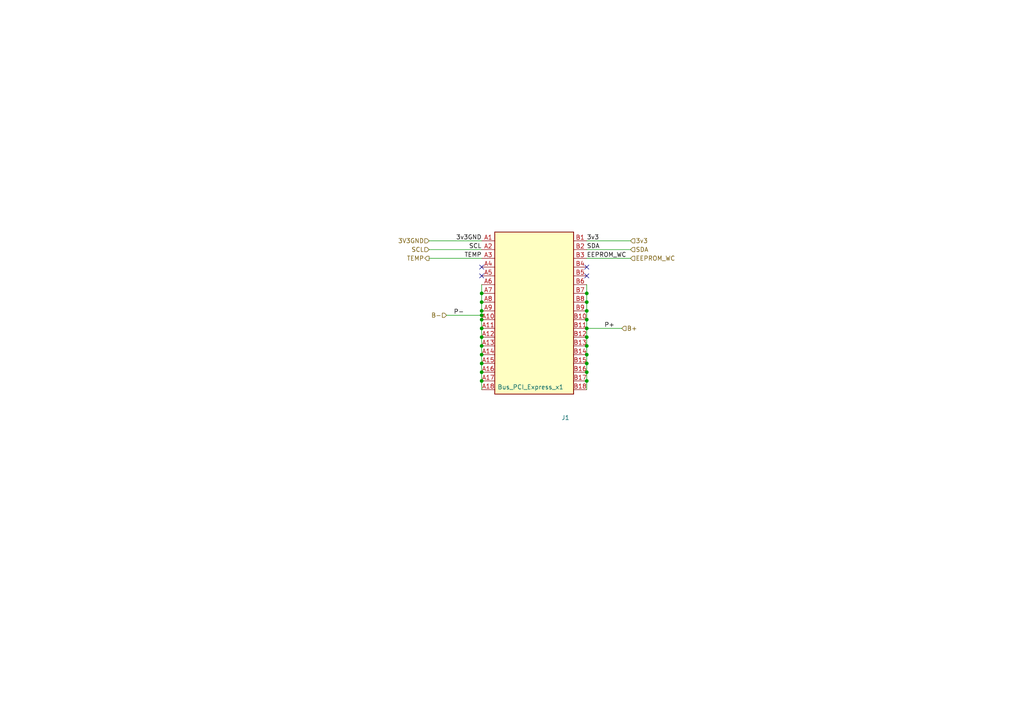
<source format=kicad_sch>
(kicad_sch (version 20250114) (generator "eeschema") (generator_version "9.0")
  (paper "A4")
  (lib_symbols
    (symbol "Connector:Bus_PCI_Express_x1"
      (property "Reference" "J1" (at 7.874 -34.798 0))
      (property "Value" "Bus_PCI_Express_x1" (at -10.668 -25.908 0))
      (symbol "Bus_PCI_Express_x1_0_1"
        (rectangle (start -11.43 19.05) (end 11.43 -27.94) (stroke (width 0.254)) (fill (type background)))
      )
      (symbol "Bus_PCI_Express_x1_1_1"
        (pin output line (at -15.24 16.51 0) (length 3.81) (name "") (number "A1"))
        (pin output line (at -15.24 13.97 0) (length 3.81) (name "") (number "A2"))
        (pin output line (at -15.24 11.43 0) (length 3.81) (name "") (number "A3"))
        (pin output line (at -15.24 8.89 0) (length 3.81) (name "") (number "A4"))
        (pin output line (at -15.24 6.35 0) (length 3.81) (name "") (number "A5"))
        (pin output line (at -15.24 3.81 0) (length 3.81) (name "") (number "A6"))
        (pin output line (at -15.24 1.27 0) (length 3.81) (name "") (number "A7"))
        (pin output line (at -15.24 -1.27 0) (length 3.81) (name "") (number "A8"))
        (pin output line (at -15.24 -3.81 0) (length 3.81) (name "") (number "A9"))
        (pin output line (at -15.24 -6.35 0) (length 3.81) (name "") (number "A10"))
        (pin output line (at -15.24 -8.89 0) (length 3.81) (name "") (number "A11"))
        (pin output line (at -15.24 -11.43 0) (length 3.81) (name "") (number "A12"))
        (pin output line (at -15.24 -13.97 0) (length 3.81) (name "") (number "A13"))
        (pin output line (at -15.24 -16.51 0) (length 3.81) (name "") (number "A14"))
        (pin output line (at -15.24 -19.05 0) (length 3.81) (name "") (number "A15"))
        (pin output line (at -15.24 -21.59 0) (length 3.81) (name "") (number "A16"))
        (pin output line (at -15.24 -24.13 0) (length 3.81) (name "") (number "A17"))
        (pin output line (at -15.24 -26.67 0) (length 3.81) (name "") (number "A18"))
        (pin output line (at 15.24 16.51 180) (length 3.81) (name "") (number "B1"))
        (pin output line (at 15.24 13.97 180) (length 3.81) (name "") (number "B2"))
        (pin output line (at 15.24 11.43 180) (length 3.81) (name "") (number "B3"))
        (pin output line (at 15.24 8.89 180) (length 3.81) (name "") (number "B4"))
        (pin output line (at 15.24 6.35 180) (length 3.81) (name "") (number "B5"))
        (pin output line (at 15.24 3.81 180) (length 3.81) (name "") (number "B6"))
        (pin output line (at 15.24 1.27 180) (length 3.81) (name "") (number "B7"))
        (pin output line (at 15.24 -1.27 180) (length 3.81) (name "") (number "B8"))
        (pin output line (at 15.24 -3.81 180) (length 3.81) (name "") (number "B9"))
        (pin output line (at 15.24 -6.35 180) (length 3.81) (name "") (number "B10"))
        (pin output line (at 15.24 -8.89 180) (length 3.81) (name "") (number "B11"))
        (pin output line (at 15.24 -11.43 180) (length 3.81) (name "") (number "B12"))
        (pin output line (at 15.24 -13.97 180) (length 3.81) (name "") (number "B13"))
        (pin output line (at 15.24 -16.51 180) (length 3.81) (name "") (number "B14"))
        (pin output line (at 15.24 -19.05 180) (length 3.81) (name "") (number "B15"))
        (pin output line (at 15.24 -21.59 180) (length 3.81) (name "") (number "B16"))
        (pin output line (at 15.24 -24.13 180) (length 3.81) (name "") (number "B17"))
        (pin output line (at 15.24 -26.67 180) (length 3.81) (name "") (number "B18"))
      )
    )
  )
  (junction (at 170.18 97.79))
  (junction (at 139.7 85.09))
  (junction (at 139.7 107.95))
  (junction (at 170.18 85.09))
  (junction (at 170.18 107.95))
  (junction (at 139.7 87.63))
  (junction (at 139.7 100.33))
  (junction (at 170.18 110.49))
  (junction (at 170.18 87.63))
  (junction (at 139.7 91.44))
  (junction (at 139.7 97.79))
  (junction (at 139.7 110.49))
  (junction (at 170.18 102.87))
  (junction (at 139.7 90.17))
  (junction (at 139.7 102.87))
  (junction (at 170.18 100.33))
  (junction (at 139.7 105.41))
  (junction (at 139.7 95.25))
  (junction (at 170.18 105.41))
  (junction (at 139.7 92.71))
  (junction (at 170.18 92.71))
  (junction (at 170.18 95.25))
  (junction (at 170.18 90.17))
  (no_connect (at 139.7 80.01))
  (no_connect (at 170.18 80.01))
  (no_connect (at 170.18 77.47))
  (no_connect (at 139.7 77.47))
  (wire (pts (xy 170.18 102.87) (xy 170.18 105.41)))
  (wire (pts (xy 139.7 100.33) (xy 139.7 102.87)))
  (wire (pts (xy 180.34 95.25) (xy 170.18 95.25)))
  (wire (pts (xy 124.46 72.39) (xy 139.7 72.39)))
  (wire (pts (xy 170.18 69.85) (xy 182.88 69.85)))
  (wire (pts (xy 170.18 95.25) (xy 170.18 97.79)))
  (wire (pts (xy 170.18 87.63) (xy 170.18 90.17)))
  (wire (pts (xy 170.18 97.79) (xy 170.18 100.33)))
  (wire (pts (xy 124.46 74.93) (xy 139.7 74.93)))
  (wire (pts (xy 124.46 69.85) (xy 139.7 69.85)))
  (wire (pts (xy 139.7 105.41) (xy 139.7 107.95)))
  (wire (pts (xy 139.7 102.87) (xy 139.7 105.41)))
  (wire (pts (xy 170.18 110.49) (xy 170.18 113.03)))
  (wire (pts (xy 182.88 74.93) (xy 170.18 74.93)))
  (wire (pts (xy 170.18 107.95) (xy 170.18 110.49)))
  (wire (pts (xy 170.18 90.17) (xy 170.18 92.71)))
  (wire (pts (xy 170.18 100.33) (xy 170.18 102.87)))
  (wire (pts (xy 139.7 92.71) (xy 139.7 95.25)))
  (wire (pts (xy 139.7 97.79) (xy 139.7 100.33)))
  (wire (pts (xy 170.18 82.55) (xy 170.18 85.09)))
  (wire (pts (xy 129.54 91.44) (xy 139.7 91.44)))
  (wire (pts (xy 139.7 110.49) (xy 139.7 113.03)))
  (wire (pts (xy 170.18 105.41) (xy 170.18 107.95)))
  (wire (pts (xy 139.7 82.55) (xy 139.7 85.09)))
  (wire (pts (xy 182.88 72.39) (xy 170.18 72.39)))
  (wire (pts (xy 139.7 85.09) (xy 139.7 87.63)))
  (wire (pts (xy 170.18 92.71) (xy 170.18 95.25)))
  (wire (pts (xy 139.7 95.25) (xy 139.7 97.79)))
  (wire (pts (xy 139.7 87.63) (xy 139.7 90.17)))
  (wire (pts (xy 139.7 107.95) (xy 139.7 110.49)))
  (wire (pts (xy 170.18 85.09) (xy 170.18 87.63)))
  (wire (pts (xy 139.7 91.44) (xy 139.7 92.71)))
  (wire (pts (xy 139.7 90.17) (xy 139.7 91.44)))
  (label "3v3GND" (at 139.7 69.85 180))
  (label "SCL" (at 139.7 72.39 180))
  (label "3v3" (at 170.18 69.85 0))
  (label "SDA" (at 170.18 72.39 0))
  (label "EEPROM_WC" (at 170.18 74.93 0))
  (label "P+" (at 175.26 95.25 0))
  (label "P-" (at 134.62 91.44 180))
  (label "TEMP" (at 139.7 74.93 180))
  (hierarchical_label "EEPROM_WC" (shape input) (at 182.88 74.93 0))
  (hierarchical_label "3V3GND" (shape input) (at 124.46 69.85 180))
  (hierarchical_label "B+" (shape input) (at 180.34 95.25 0))
  (hierarchical_label "3v3" (shape input) (at 182.88 69.85 0))
  (hierarchical_label "B-" (shape input) (at 129.54 91.44 180))
  (hierarchical_label "SCL" (shape input) (at 124.46 72.39 180))
  (hierarchical_label "SDA" (shape input) (at 182.88 72.39 0))
  (hierarchical_label "TEMP" (shape output) (at 124.46 74.93 180))
  (symbol (lib_id "Connector:Bus_PCI_Express_x1") (at 154.94 86.36 0) (unit 1)
    (property "Reference" "J1" (at 162.814 121.158 0) (effects (justify left)))
    (property "Value" "Bus_PCI_Express_x1" (at 144.272 112.268 0) (effects (justify left)))
    (property "Footprint" "COMPONENTS:CONN-TH_36P-P1.00-V_3183-XXXXXPXT" (effects (hide yes)))
    (property "Datasheet" "http://www.ritrontek.com/uploadfile/2016/1026/20161026105231124.pdf#page=63" (effects (hide yes)))
    (property "Description" "PCI Express bus connector x1" (effects (hide yes)))
  )
)
</source>
